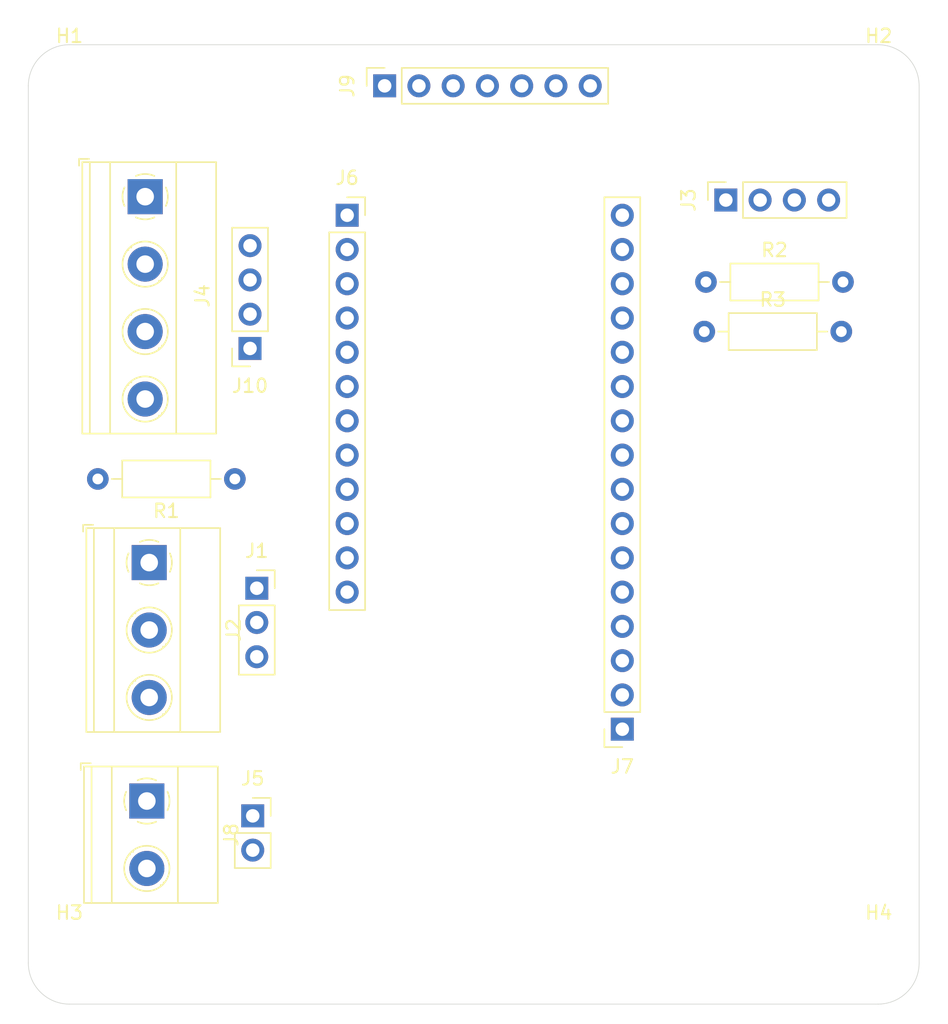
<source format=kicad_pcb>
(kicad_pcb (version 20171130) (host pcbnew 5.1.6-c6e7f7d~87~ubuntu18.04.1)

  (general
    (thickness 1.6)
    (drawings 10)
    (tracks 0)
    (zones 0)
    (modules 17)
    (nets 7)
  )

  (page A4)
  (layers
    (0 F.Cu signal)
    (31 B.Cu signal)
    (32 B.Adhes user)
    (33 F.Adhes user)
    (34 B.Paste user)
    (35 F.Paste user)
    (36 B.SilkS user)
    (37 F.SilkS user)
    (38 B.Mask user)
    (39 F.Mask user)
    (40 Dwgs.User user)
    (41 Cmts.User user)
    (42 Eco1.User user)
    (43 Eco2.User user)
    (44 Edge.Cuts user)
    (45 Margin user)
    (46 B.CrtYd user)
    (47 F.CrtYd user)
    (48 B.Fab user)
    (49 F.Fab user)
  )

  (setup
    (last_trace_width 0.25)
    (trace_clearance 0.2)
    (zone_clearance 0.508)
    (zone_45_only no)
    (trace_min 0.2)
    (via_size 0.8)
    (via_drill 0.4)
    (via_min_size 0.4)
    (via_min_drill 0.3)
    (uvia_size 0.3)
    (uvia_drill 0.1)
    (uvias_allowed no)
    (uvia_min_size 0.2)
    (uvia_min_drill 0.1)
    (edge_width 0.05)
    (segment_width 0.2)
    (pcb_text_width 0.3)
    (pcb_text_size 1.5 1.5)
    (mod_edge_width 0.12)
    (mod_text_size 1 1)
    (mod_text_width 0.15)
    (pad_size 1.524 1.524)
    (pad_drill 0.762)
    (pad_to_mask_clearance 0.05)
    (aux_axis_origin 0 0)
    (visible_elements FFFDFF7F)
    (pcbplotparams
      (layerselection 0x010fc_ffffffff)
      (usegerberextensions false)
      (usegerberattributes true)
      (usegerberadvancedattributes true)
      (creategerberjobfile true)
      (excludeedgelayer true)
      (linewidth 0.100000)
      (plotframeref false)
      (viasonmask false)
      (mode 1)
      (useauxorigin false)
      (hpglpennumber 1)
      (hpglpenspeed 20)
      (hpglpendiameter 15.000000)
      (psnegative false)
      (psa4output false)
      (plotreference true)
      (plotvalue true)
      (plotinvisibletext false)
      (padsonsilk false)
      (subtractmaskfromsilk false)
      (outputformat 1)
      (mirror false)
      (drillshape 1)
      (scaleselection 1)
      (outputdirectory ""))
  )

  (net 0 "")
  (net 1 +3V3)
  (net 2 "Net-(J1-Pad2)")
  (net 3 GND)
  (net 4 SDA)
  (net 5 SCL)
  (net 6 "Net-(J5-Pad2)")

  (net_class Default "This is the default net class."
    (clearance 0.2)
    (trace_width 0.25)
    (via_dia 0.8)
    (via_drill 0.4)
    (uvia_dia 0.3)
    (uvia_drill 0.1)
    (add_net +3V3)
    (add_net GND)
    (add_net "Net-(J1-Pad2)")
    (add_net "Net-(J5-Pad2)")
    (add_net "Net-(J6-Pad10)")
    (add_net "Net-(J6-Pad11)")
    (add_net "Net-(J6-Pad3)")
    (add_net "Net-(J6-Pad4)")
    (add_net "Net-(J6-Pad5)")
    (add_net "Net-(J6-Pad6)")
    (add_net "Net-(J6-Pad7)")
    (add_net "Net-(J6-Pad9)")
    (add_net "Net-(J7-Pad1)")
    (add_net "Net-(J7-Pad10)")
    (add_net "Net-(J7-Pad11)")
    (add_net "Net-(J7-Pad12)")
    (add_net "Net-(J7-Pad13)")
    (add_net "Net-(J7-Pad14)")
    (add_net "Net-(J7-Pad15)")
    (add_net "Net-(J7-Pad16)")
    (add_net "Net-(J7-Pad3)")
    (add_net "Net-(J7-Pad5)")
    (add_net "Net-(J7-Pad6)")
    (add_net "Net-(J7-Pad7)")
    (add_net "Net-(J7-Pad8)")
    (add_net "Net-(J7-Pad9)")
    (add_net "Net-(J9-Pad2)")
    (add_net "Net-(J9-Pad5)")
    (add_net "Net-(J9-Pad7)")
    (add_net SCL)
    (add_net SDA)
  )

  (module Connector_PinSocket_2.54mm:PinSocket_1x07_P2.54mm_Vertical (layer F.Cu) (tedit 5A19A433) (tstamp 5F90F264)
    (at 106.68 51.308 90)
    (descr "Through hole straight socket strip, 1x07, 2.54mm pitch, single row (from Kicad 4.0.7), script generated")
    (tags "Through hole socket strip THT 1x07 2.54mm single row")
    (path /5F9935EF)
    (fp_text reference J9 (at 0 -2.77 90) (layer F.SilkS)
      (effects (font (size 1 1) (thickness 0.15)))
    )
    (fp_text value "Adafruit BME280" (at 0 18.01 90) (layer F.Fab)
      (effects (font (size 1 1) (thickness 0.15)))
    )
    (fp_text user %R (at 0 7.62) (layer F.Fab)
      (effects (font (size 1 1) (thickness 0.15)))
    )
    (fp_line (start -1.27 -1.27) (end 0.635 -1.27) (layer F.Fab) (width 0.1))
    (fp_line (start 0.635 -1.27) (end 1.27 -0.635) (layer F.Fab) (width 0.1))
    (fp_line (start 1.27 -0.635) (end 1.27 16.51) (layer F.Fab) (width 0.1))
    (fp_line (start 1.27 16.51) (end -1.27 16.51) (layer F.Fab) (width 0.1))
    (fp_line (start -1.27 16.51) (end -1.27 -1.27) (layer F.Fab) (width 0.1))
    (fp_line (start -1.33 1.27) (end 1.33 1.27) (layer F.SilkS) (width 0.12))
    (fp_line (start -1.33 1.27) (end -1.33 16.57) (layer F.SilkS) (width 0.12))
    (fp_line (start -1.33 16.57) (end 1.33 16.57) (layer F.SilkS) (width 0.12))
    (fp_line (start 1.33 1.27) (end 1.33 16.57) (layer F.SilkS) (width 0.12))
    (fp_line (start 1.33 -1.33) (end 1.33 0) (layer F.SilkS) (width 0.12))
    (fp_line (start 0 -1.33) (end 1.33 -1.33) (layer F.SilkS) (width 0.12))
    (fp_line (start -1.8 -1.8) (end 1.75 -1.8) (layer F.CrtYd) (width 0.05))
    (fp_line (start 1.75 -1.8) (end 1.75 17) (layer F.CrtYd) (width 0.05))
    (fp_line (start 1.75 17) (end -1.8 17) (layer F.CrtYd) (width 0.05))
    (fp_line (start -1.8 17) (end -1.8 -1.8) (layer F.CrtYd) (width 0.05))
    (pad 7 thru_hole oval (at 0 15.24 90) (size 1.7 1.7) (drill 1) (layers *.Cu *.Mask))
    (pad 6 thru_hole oval (at 0 12.7 90) (size 1.7 1.7) (drill 1) (layers *.Cu *.Mask)
      (net 4 SDA))
    (pad 5 thru_hole oval (at 0 10.16 90) (size 1.7 1.7) (drill 1) (layers *.Cu *.Mask))
    (pad 4 thru_hole oval (at 0 7.62 90) (size 1.7 1.7) (drill 1) (layers *.Cu *.Mask)
      (net 5 SCL))
    (pad 3 thru_hole oval (at 0 5.08 90) (size 1.7 1.7) (drill 1) (layers *.Cu *.Mask)
      (net 3 GND))
    (pad 2 thru_hole oval (at 0 2.54 90) (size 1.7 1.7) (drill 1) (layers *.Cu *.Mask))
    (pad 1 thru_hole rect (at 0 0 90) (size 1.7 1.7) (drill 1) (layers *.Cu *.Mask)
      (net 1 +3V3))
    (model ${KISYS3DMOD}/Connector_PinSocket_2.54mm.3dshapes/PinSocket_1x07_P2.54mm_Vertical.wrl
      (at (xyz 0 0 0))
      (scale (xyz 1 1 1))
      (rotate (xyz 0 0 0))
    )
  )

  (module MountingHole:MountingHole_2.7mm_M2.5 (layer F.Cu) (tedit 56D1B4CB) (tstamp 5F90E09D)
    (at 143.312 116.3)
    (descr "Mounting Hole 2.7mm, no annular, M2.5")
    (tags "mounting hole 2.7mm no annular m2.5")
    (path /5F9D006D)
    (attr virtual)
    (fp_text reference H4 (at 0 -3.7) (layer F.SilkS)
      (effects (font (size 1 1) (thickness 0.15)))
    )
    (fp_text value MountingHole (at 0 3.7) (layer F.Fab)
      (effects (font (size 1 1) (thickness 0.15)))
    )
    (fp_text user %R (at 0.3 0) (layer F.Fab)
      (effects (font (size 1 1) (thickness 0.15)))
    )
    (fp_circle (center 0 0) (end 2.7 0) (layer Cmts.User) (width 0.15))
    (fp_circle (center 0 0) (end 2.95 0) (layer F.CrtYd) (width 0.05))
    (pad 1 np_thru_hole circle (at 0 0) (size 2.7 2.7) (drill 2.7) (layers *.Cu *.Mask))
  )

  (module MountingHole:MountingHole_2.7mm_M2.5 (layer F.Cu) (tedit 56D1B4CB) (tstamp 5F90F729)
    (at 83.312 116.3)
    (descr "Mounting Hole 2.7mm, no annular, M2.5")
    (tags "mounting hole 2.7mm no annular m2.5")
    (path /5F9CFBAC)
    (attr virtual)
    (fp_text reference H3 (at 0 -3.7) (layer F.SilkS)
      (effects (font (size 1 1) (thickness 0.15)))
    )
    (fp_text value MountingHole (at 0 3.7) (layer F.Fab)
      (effects (font (size 1 1) (thickness 0.15)))
    )
    (fp_circle (center 0 0) (end 2.95 0) (layer F.CrtYd) (width 0.05))
    (fp_circle (center 0 0) (end 2.7 0) (layer Cmts.User) (width 0.15))
    (fp_text user %R (at 0.3 0) (layer F.Fab)
      (effects (font (size 1 1) (thickness 0.15)))
    )
    (pad 1 np_thru_hole circle (at 0 0) (size 2.7 2.7) (drill 2.7) (layers *.Cu *.Mask))
  )

  (module MountingHole:MountingHole_2.7mm_M2.5 (layer F.Cu) (tedit 56D1B4CB) (tstamp 5F90E08D)
    (at 143.312 51.308)
    (descr "Mounting Hole 2.7mm, no annular, M2.5")
    (tags "mounting hole 2.7mm no annular m2.5")
    (path /5F9CF5FF)
    (attr virtual)
    (fp_text reference H2 (at 0 -3.7) (layer F.SilkS)
      (effects (font (size 1 1) (thickness 0.15)))
    )
    (fp_text value MountingHole (at 0 3.7) (layer F.Fab)
      (effects (font (size 1 1) (thickness 0.15)))
    )
    (fp_text user %R (at 0.3 0) (layer F.Fab)
      (effects (font (size 1 1) (thickness 0.15)))
    )
    (fp_circle (center 0 0) (end 2.7 0) (layer Cmts.User) (width 0.15))
    (fp_circle (center 0 0) (end 2.95 0) (layer F.CrtYd) (width 0.05))
    (pad 1 np_thru_hole circle (at 0 0) (size 2.7 2.7) (drill 2.7) (layers *.Cu *.Mask))
  )

  (module MountingHole:MountingHole_2.7mm_M2.5 (layer F.Cu) (tedit 56D1B4CB) (tstamp 5F90E085)
    (at 83.312 51.308)
    (descr "Mounting Hole 2.7mm, no annular, M2.5")
    (tags "mounting hole 2.7mm no annular m2.5")
    (path /5F9CF16D)
    (attr virtual)
    (fp_text reference H1 (at 0 -3.7) (layer F.SilkS)
      (effects (font (size 1 1) (thickness 0.15)))
    )
    (fp_text value MountingHole (at 0 3.7) (layer F.Fab) hide
      (effects (font (size 1 1) (thickness 0.15)))
    )
    (fp_circle (center 0 0) (end 2.95 0) (layer F.CrtYd) (width 0.05))
    (fp_circle (center 0 0) (end 2.7 0) (layer Cmts.User) (width 0.15))
    (fp_text user %R (at 0.3 0) (layer F.Fab)
      (effects (font (size 1 1) (thickness 0.15)))
    )
    (pad 1 np_thru_hole circle (at 0 0) (size 2.7 2.7) (drill 2.7) (layers *.Cu *.Mask))
  )

  (module Connector_PinSocket_2.54mm:PinSocket_1x04_P2.54mm_Vertical (layer F.Cu) (tedit 5A19A429) (tstamp 5F90D0C9)
    (at 96.7 70.775 180)
    (descr "Through hole straight socket strip, 1x04, 2.54mm pitch, single row (from Kicad 4.0.7), script generated")
    (tags "Through hole socket strip THT 1x04 2.54mm single row")
    (path /5F9B61C7)
    (fp_text reference J10 (at 0 -2.77) (layer F.SilkS)
      (effects (font (size 1 1) (thickness 0.15)))
    )
    (fp_text value Conn_01x04_Female (at 0 10.39) (layer F.Fab)
      (effects (font (size 1 1) (thickness 0.15)))
    )
    (fp_text user %R (at 0 3.81 90) (layer F.Fab)
      (effects (font (size 1 1) (thickness 0.15)))
    )
    (fp_line (start -1.27 -1.27) (end 0.635 -1.27) (layer F.Fab) (width 0.1))
    (fp_line (start 0.635 -1.27) (end 1.27 -0.635) (layer F.Fab) (width 0.1))
    (fp_line (start 1.27 -0.635) (end 1.27 8.89) (layer F.Fab) (width 0.1))
    (fp_line (start 1.27 8.89) (end -1.27 8.89) (layer F.Fab) (width 0.1))
    (fp_line (start -1.27 8.89) (end -1.27 -1.27) (layer F.Fab) (width 0.1))
    (fp_line (start -1.33 1.27) (end 1.33 1.27) (layer F.SilkS) (width 0.12))
    (fp_line (start -1.33 1.27) (end -1.33 8.95) (layer F.SilkS) (width 0.12))
    (fp_line (start -1.33 8.95) (end 1.33 8.95) (layer F.SilkS) (width 0.12))
    (fp_line (start 1.33 1.27) (end 1.33 8.95) (layer F.SilkS) (width 0.12))
    (fp_line (start 1.33 -1.33) (end 1.33 0) (layer F.SilkS) (width 0.12))
    (fp_line (start 0 -1.33) (end 1.33 -1.33) (layer F.SilkS) (width 0.12))
    (fp_line (start -1.8 -1.8) (end 1.75 -1.8) (layer F.CrtYd) (width 0.05))
    (fp_line (start 1.75 -1.8) (end 1.75 9.4) (layer F.CrtYd) (width 0.05))
    (fp_line (start 1.75 9.4) (end -1.8 9.4) (layer F.CrtYd) (width 0.05))
    (fp_line (start -1.8 9.4) (end -1.8 -1.8) (layer F.CrtYd) (width 0.05))
    (pad 4 thru_hole oval (at 0 7.62 180) (size 1.7 1.7) (drill 1) (layers *.Cu *.Mask)
      (net 4 SDA))
    (pad 3 thru_hole oval (at 0 5.08 180) (size 1.7 1.7) (drill 1) (layers *.Cu *.Mask)
      (net 5 SCL))
    (pad 2 thru_hole oval (at 0 2.54 180) (size 1.7 1.7) (drill 1) (layers *.Cu *.Mask)
      (net 1 +3V3))
    (pad 1 thru_hole rect (at 0 0 180) (size 1.7 1.7) (drill 1) (layers *.Cu *.Mask)
      (net 3 GND))
    (model ${KISYS3DMOD}/Connector_PinSocket_2.54mm.3dshapes/PinSocket_1x04_P2.54mm_Vertical.wrl
      (at (xyz 0 0 0))
      (scale (xyz 1 1 1))
      (rotate (xyz 0 0 0))
    )
  )

  (module Resistor_THT:R_Axial_DIN0207_L6.3mm_D2.5mm_P10.16mm_Horizontal (layer F.Cu) (tedit 5AE5139B) (tstamp 5F90C0AA)
    (at 130.375 69.525)
    (descr "Resistor, Axial_DIN0207 series, Axial, Horizontal, pin pitch=10.16mm, 0.25W = 1/4W, length*diameter=6.3*2.5mm^2, http://cdn-reichelt.de/documents/datenblatt/B400/1_4W%23YAG.pdf")
    (tags "Resistor Axial_DIN0207 series Axial Horizontal pin pitch 10.16mm 0.25W = 1/4W length 6.3mm diameter 2.5mm")
    (path /5F98BC9A)
    (fp_text reference R3 (at 5.08 -2.37) (layer F.SilkS)
      (effects (font (size 1 1) (thickness 0.15)))
    )
    (fp_text value R (at 5.08 2.37) (layer F.Fab)
      (effects (font (size 1 1) (thickness 0.15)))
    )
    (fp_text user %R (at 5.08 0) (layer F.Fab)
      (effects (font (size 1 1) (thickness 0.15)))
    )
    (fp_line (start 1.93 -1.25) (end 1.93 1.25) (layer F.Fab) (width 0.1))
    (fp_line (start 1.93 1.25) (end 8.23 1.25) (layer F.Fab) (width 0.1))
    (fp_line (start 8.23 1.25) (end 8.23 -1.25) (layer F.Fab) (width 0.1))
    (fp_line (start 8.23 -1.25) (end 1.93 -1.25) (layer F.Fab) (width 0.1))
    (fp_line (start 0 0) (end 1.93 0) (layer F.Fab) (width 0.1))
    (fp_line (start 10.16 0) (end 8.23 0) (layer F.Fab) (width 0.1))
    (fp_line (start 1.81 -1.37) (end 1.81 1.37) (layer F.SilkS) (width 0.12))
    (fp_line (start 1.81 1.37) (end 8.35 1.37) (layer F.SilkS) (width 0.12))
    (fp_line (start 8.35 1.37) (end 8.35 -1.37) (layer F.SilkS) (width 0.12))
    (fp_line (start 8.35 -1.37) (end 1.81 -1.37) (layer F.SilkS) (width 0.12))
    (fp_line (start 1.04 0) (end 1.81 0) (layer F.SilkS) (width 0.12))
    (fp_line (start 9.12 0) (end 8.35 0) (layer F.SilkS) (width 0.12))
    (fp_line (start -1.05 -1.5) (end -1.05 1.5) (layer F.CrtYd) (width 0.05))
    (fp_line (start -1.05 1.5) (end 11.21 1.5) (layer F.CrtYd) (width 0.05))
    (fp_line (start 11.21 1.5) (end 11.21 -1.5) (layer F.CrtYd) (width 0.05))
    (fp_line (start 11.21 -1.5) (end -1.05 -1.5) (layer F.CrtYd) (width 0.05))
    (pad 2 thru_hole oval (at 10.16 0) (size 1.6 1.6) (drill 0.8) (layers *.Cu *.Mask)
      (net 4 SDA))
    (pad 1 thru_hole circle (at 0 0) (size 1.6 1.6) (drill 0.8) (layers *.Cu *.Mask)
      (net 1 +3V3))
    (model ${KISYS3DMOD}/Resistor_THT.3dshapes/R_Axial_DIN0207_L6.3mm_D2.5mm_P10.16mm_Horizontal.wrl
      (at (xyz 0 0 0))
      (scale (xyz 1 1 1))
      (rotate (xyz 0 0 0))
    )
  )

  (module Resistor_THT:R_Axial_DIN0207_L6.3mm_D2.5mm_P10.16mm_Horizontal (layer F.Cu) (tedit 5AE5139B) (tstamp 5F90BFF6)
    (at 130.5 65.85)
    (descr "Resistor, Axial_DIN0207 series, Axial, Horizontal, pin pitch=10.16mm, 0.25W = 1/4W, length*diameter=6.3*2.5mm^2, http://cdn-reichelt.de/documents/datenblatt/B400/1_4W%23YAG.pdf")
    (tags "Resistor Axial_DIN0207 series Axial Horizontal pin pitch 10.16mm 0.25W = 1/4W length 6.3mm diameter 2.5mm")
    (path /5F989DB1)
    (fp_text reference R2 (at 5.08 -2.37) (layer F.SilkS)
      (effects (font (size 1 1) (thickness 0.15)))
    )
    (fp_text value R (at 5.08 2.37) (layer F.Fab)
      (effects (font (size 1 1) (thickness 0.15)))
    )
    (fp_text user %R (at 5.08 0) (layer F.Fab)
      (effects (font (size 1 1) (thickness 0.15)))
    )
    (fp_line (start 1.93 -1.25) (end 1.93 1.25) (layer F.Fab) (width 0.1))
    (fp_line (start 1.93 1.25) (end 8.23 1.25) (layer F.Fab) (width 0.1))
    (fp_line (start 8.23 1.25) (end 8.23 -1.25) (layer F.Fab) (width 0.1))
    (fp_line (start 8.23 -1.25) (end 1.93 -1.25) (layer F.Fab) (width 0.1))
    (fp_line (start 0 0) (end 1.93 0) (layer F.Fab) (width 0.1))
    (fp_line (start 10.16 0) (end 8.23 0) (layer F.Fab) (width 0.1))
    (fp_line (start 1.81 -1.37) (end 1.81 1.37) (layer F.SilkS) (width 0.12))
    (fp_line (start 1.81 1.37) (end 8.35 1.37) (layer F.SilkS) (width 0.12))
    (fp_line (start 8.35 1.37) (end 8.35 -1.37) (layer F.SilkS) (width 0.12))
    (fp_line (start 8.35 -1.37) (end 1.81 -1.37) (layer F.SilkS) (width 0.12))
    (fp_line (start 1.04 0) (end 1.81 0) (layer F.SilkS) (width 0.12))
    (fp_line (start 9.12 0) (end 8.35 0) (layer F.SilkS) (width 0.12))
    (fp_line (start -1.05 -1.5) (end -1.05 1.5) (layer F.CrtYd) (width 0.05))
    (fp_line (start -1.05 1.5) (end 11.21 1.5) (layer F.CrtYd) (width 0.05))
    (fp_line (start 11.21 1.5) (end 11.21 -1.5) (layer F.CrtYd) (width 0.05))
    (fp_line (start 11.21 -1.5) (end -1.05 -1.5) (layer F.CrtYd) (width 0.05))
    (pad 2 thru_hole oval (at 10.16 0) (size 1.6 1.6) (drill 0.8) (layers *.Cu *.Mask)
      (net 5 SCL))
    (pad 1 thru_hole circle (at 0 0) (size 1.6 1.6) (drill 0.8) (layers *.Cu *.Mask)
      (net 1 +3V3))
    (model ${KISYS3DMOD}/Resistor_THT.3dshapes/R_Axial_DIN0207_L6.3mm_D2.5mm_P10.16mm_Horizontal.wrl
      (at (xyz 0 0 0))
      (scale (xyz 1 1 1))
      (rotate (xyz 0 0 0))
    )
  )

  (module Resistor_THT:R_Axial_DIN0207_L6.3mm_D2.5mm_P10.16mm_Horizontal (layer F.Cu) (tedit 5AE5139B) (tstamp 5F909416)
    (at 95.575 80.45 180)
    (descr "Resistor, Axial_DIN0207 series, Axial, Horizontal, pin pitch=10.16mm, 0.25W = 1/4W, length*diameter=6.3*2.5mm^2, http://cdn-reichelt.de/documents/datenblatt/B400/1_4W%23YAG.pdf")
    (tags "Resistor Axial_DIN0207 series Axial Horizontal pin pitch 10.16mm 0.25W = 1/4W length 6.3mm diameter 2.5mm")
    (path /5F915BE1)
    (fp_text reference R1 (at 5.08 -2.37) (layer F.SilkS)
      (effects (font (size 1 1) (thickness 0.15)))
    )
    (fp_text value R (at 5.08 2.37) (layer F.Fab)
      (effects (font (size 1 1) (thickness 0.15)))
    )
    (fp_text user %R (at 5.08 0) (layer F.Fab)
      (effects (font (size 1 1) (thickness 0.15)))
    )
    (fp_line (start 1.93 -1.25) (end 1.93 1.25) (layer F.Fab) (width 0.1))
    (fp_line (start 1.93 1.25) (end 8.23 1.25) (layer F.Fab) (width 0.1))
    (fp_line (start 8.23 1.25) (end 8.23 -1.25) (layer F.Fab) (width 0.1))
    (fp_line (start 8.23 -1.25) (end 1.93 -1.25) (layer F.Fab) (width 0.1))
    (fp_line (start 0 0) (end 1.93 0) (layer F.Fab) (width 0.1))
    (fp_line (start 10.16 0) (end 8.23 0) (layer F.Fab) (width 0.1))
    (fp_line (start 1.81 -1.37) (end 1.81 1.37) (layer F.SilkS) (width 0.12))
    (fp_line (start 1.81 1.37) (end 8.35 1.37) (layer F.SilkS) (width 0.12))
    (fp_line (start 8.35 1.37) (end 8.35 -1.37) (layer F.SilkS) (width 0.12))
    (fp_line (start 8.35 -1.37) (end 1.81 -1.37) (layer F.SilkS) (width 0.12))
    (fp_line (start 1.04 0) (end 1.81 0) (layer F.SilkS) (width 0.12))
    (fp_line (start 9.12 0) (end 8.35 0) (layer F.SilkS) (width 0.12))
    (fp_line (start -1.05 -1.5) (end -1.05 1.5) (layer F.CrtYd) (width 0.05))
    (fp_line (start -1.05 1.5) (end 11.21 1.5) (layer F.CrtYd) (width 0.05))
    (fp_line (start 11.21 1.5) (end 11.21 -1.5) (layer F.CrtYd) (width 0.05))
    (fp_line (start 11.21 -1.5) (end -1.05 -1.5) (layer F.CrtYd) (width 0.05))
    (pad 2 thru_hole oval (at 10.16 0 180) (size 1.6 1.6) (drill 0.8) (layers *.Cu *.Mask)
      (net 2 "Net-(J1-Pad2)"))
    (pad 1 thru_hole circle (at 0 0 180) (size 1.6 1.6) (drill 0.8) (layers *.Cu *.Mask)
      (net 1 +3V3))
    (model ${KISYS3DMOD}/Resistor_THT.3dshapes/R_Axial_DIN0207_L6.3mm_D2.5mm_P10.16mm_Horizontal.wrl
      (at (xyz 0 0 0))
      (scale (xyz 1 1 1))
      (rotate (xyz 0 0 0))
    )
  )

  (module TerminalBlock_Phoenix:TerminalBlock_Phoenix_MKDS-1,5-2_1x02_P5.00mm_Horizontal (layer F.Cu) (tedit 5B294EE5) (tstamp 5F909D4A)
    (at 89.05 104.325 270)
    (descr "Terminal Block Phoenix MKDS-1,5-2, 2 pins, pitch 5mm, size 10x9.8mm^2, drill diamater 1.3mm, pad diameter 2.6mm, see http://www.farnell.com/datasheets/100425.pdf, script-generated using https://github.com/pointhi/kicad-footprint-generator/scripts/TerminalBlock_Phoenix")
    (tags "THT Terminal Block Phoenix MKDS-1,5-2 pitch 5mm size 10x9.8mm^2 drill 1.3mm pad 2.6mm")
    (path /5F97732E)
    (fp_text reference J8 (at 2.5 -6.26 90) (layer F.SilkS)
      (effects (font (size 1 1) (thickness 0.15)))
    )
    (fp_text value Screw_Terminal_01x02 (at 2.5 5.66 90) (layer F.Fab) hide
      (effects (font (size 1 1) (thickness 0.15)))
    )
    (fp_text user %R (at 2.5 3.2 90) (layer F.Fab)
      (effects (font (size 1 1) (thickness 0.15)))
    )
    (fp_arc (start 0 0) (end -0.684 1.535) (angle -25) (layer F.SilkS) (width 0.12))
    (fp_arc (start 0 0) (end -1.535 -0.684) (angle -48) (layer F.SilkS) (width 0.12))
    (fp_arc (start 0 0) (end 0.684 -1.535) (angle -48) (layer F.SilkS) (width 0.12))
    (fp_arc (start 0 0) (end 1.535 0.684) (angle -48) (layer F.SilkS) (width 0.12))
    (fp_arc (start 0 0) (end 0 1.68) (angle -24) (layer F.SilkS) (width 0.12))
    (fp_circle (center 0 0) (end 1.5 0) (layer F.Fab) (width 0.1))
    (fp_circle (center 5 0) (end 6.5 0) (layer F.Fab) (width 0.1))
    (fp_circle (center 5 0) (end 6.68 0) (layer F.SilkS) (width 0.12))
    (fp_line (start -2.5 -5.2) (end 7.5 -5.2) (layer F.Fab) (width 0.1))
    (fp_line (start 7.5 -5.2) (end 7.5 4.6) (layer F.Fab) (width 0.1))
    (fp_line (start 7.5 4.6) (end -2 4.6) (layer F.Fab) (width 0.1))
    (fp_line (start -2 4.6) (end -2.5 4.1) (layer F.Fab) (width 0.1))
    (fp_line (start -2.5 4.1) (end -2.5 -5.2) (layer F.Fab) (width 0.1))
    (fp_line (start -2.5 4.1) (end 7.5 4.1) (layer F.Fab) (width 0.1))
    (fp_line (start -2.56 4.1) (end 7.56 4.1) (layer F.SilkS) (width 0.12))
    (fp_line (start -2.5 2.6) (end 7.5 2.6) (layer F.Fab) (width 0.1))
    (fp_line (start -2.56 2.6) (end 7.56 2.6) (layer F.SilkS) (width 0.12))
    (fp_line (start -2.5 -2.3) (end 7.5 -2.3) (layer F.Fab) (width 0.1))
    (fp_line (start -2.56 -2.301) (end 7.56 -2.301) (layer F.SilkS) (width 0.12))
    (fp_line (start -2.56 -5.261) (end 7.56 -5.261) (layer F.SilkS) (width 0.12))
    (fp_line (start -2.56 4.66) (end 7.56 4.66) (layer F.SilkS) (width 0.12))
    (fp_line (start -2.56 -5.261) (end -2.56 4.66) (layer F.SilkS) (width 0.12))
    (fp_line (start 7.56 -5.261) (end 7.56 4.66) (layer F.SilkS) (width 0.12))
    (fp_line (start 1.138 -0.955) (end -0.955 1.138) (layer F.Fab) (width 0.1))
    (fp_line (start 0.955 -1.138) (end -1.138 0.955) (layer F.Fab) (width 0.1))
    (fp_line (start 6.138 -0.955) (end 4.046 1.138) (layer F.Fab) (width 0.1))
    (fp_line (start 5.955 -1.138) (end 3.863 0.955) (layer F.Fab) (width 0.1))
    (fp_line (start 6.275 -1.069) (end 6.228 -1.023) (layer F.SilkS) (width 0.12))
    (fp_line (start 3.966 1.239) (end 3.931 1.274) (layer F.SilkS) (width 0.12))
    (fp_line (start 6.07 -1.275) (end 6.035 -1.239) (layer F.SilkS) (width 0.12))
    (fp_line (start 3.773 1.023) (end 3.726 1.069) (layer F.SilkS) (width 0.12))
    (fp_line (start -2.8 4.16) (end -2.8 4.9) (layer F.SilkS) (width 0.12))
    (fp_line (start -2.8 4.9) (end -2.3 4.9) (layer F.SilkS) (width 0.12))
    (fp_line (start -3 -5.71) (end -3 5.1) (layer F.CrtYd) (width 0.05))
    (fp_line (start -3 5.1) (end 8 5.1) (layer F.CrtYd) (width 0.05))
    (fp_line (start 8 5.1) (end 8 -5.71) (layer F.CrtYd) (width 0.05))
    (fp_line (start 8 -5.71) (end -3 -5.71) (layer F.CrtYd) (width 0.05))
    (pad 2 thru_hole circle (at 5 0 270) (size 2.6 2.6) (drill 1.3) (layers *.Cu *.Mask)
      (net 6 "Net-(J5-Pad2)"))
    (pad 1 thru_hole rect (at 0 0 270) (size 2.6 2.6) (drill 1.3) (layers *.Cu *.Mask)
      (net 3 GND))
    (model ${KISYS3DMOD}/TerminalBlock_Phoenix.3dshapes/TerminalBlock_Phoenix_MKDS-1,5-2_1x02_P5.00mm_Horizontal.wrl
      (at (xyz 0 0 0))
      (scale (xyz 1 1 1))
      (rotate (xyz 0 0 0))
    )
  )

  (module Connector_PinSocket_2.54mm:PinSocket_1x16_P2.54mm_Vertical (layer F.Cu) (tedit 5A19A41E) (tstamp 5F90D89D)
    (at 124.3 99 180)
    (descr "Through hole straight socket strip, 1x16, 2.54mm pitch, single row (from Kicad 4.0.7), script generated")
    (tags "Through hole socket strip THT 1x16 2.54mm single row")
    (path /5F902CC6)
    (fp_text reference J7 (at 0 -2.77) (layer F.SilkS)
      (effects (font (size 1 1) (thickness 0.15)))
    )
    (fp_text value Conn_01x16_Female (at 0 40.87) (layer F.Fab)
      (effects (font (size 1 1) (thickness 0.15)))
    )
    (fp_line (start -1.8 39.9) (end -1.8 -1.8) (layer F.CrtYd) (width 0.05))
    (fp_line (start 1.75 39.9) (end -1.8 39.9) (layer F.CrtYd) (width 0.05))
    (fp_line (start 1.75 -1.8) (end 1.75 39.9) (layer F.CrtYd) (width 0.05))
    (fp_line (start -1.8 -1.8) (end 1.75 -1.8) (layer F.CrtYd) (width 0.05))
    (fp_line (start 0 -1.33) (end 1.33 -1.33) (layer F.SilkS) (width 0.12))
    (fp_line (start 1.33 -1.33) (end 1.33 0) (layer F.SilkS) (width 0.12))
    (fp_line (start 1.33 1.27) (end 1.33 39.43) (layer F.SilkS) (width 0.12))
    (fp_line (start -1.33 39.43) (end 1.33 39.43) (layer F.SilkS) (width 0.12))
    (fp_line (start -1.33 1.27) (end -1.33 39.43) (layer F.SilkS) (width 0.12))
    (fp_line (start -1.33 1.27) (end 1.33 1.27) (layer F.SilkS) (width 0.12))
    (fp_line (start -1.27 39.37) (end -1.27 -1.27) (layer F.Fab) (width 0.1))
    (fp_line (start 1.27 39.37) (end -1.27 39.37) (layer F.Fab) (width 0.1))
    (fp_line (start 1.27 -0.635) (end 1.27 39.37) (layer F.Fab) (width 0.1))
    (fp_line (start 0.635 -1.27) (end 1.27 -0.635) (layer F.Fab) (width 0.1))
    (fp_line (start -1.27 -1.27) (end 0.635 -1.27) (layer F.Fab) (width 0.1))
    (fp_text user %R (at 0 19.05 90) (layer F.Fab)
      (effects (font (size 1 1) (thickness 0.15)))
    )
    (pad 1 thru_hole rect (at 0 0 180) (size 1.7 1.7) (drill 1) (layers *.Cu *.Mask))
    (pad 2 thru_hole oval (at 0 2.54 180) (size 1.7 1.7) (drill 1) (layers *.Cu *.Mask)
      (net 1 +3V3))
    (pad 3 thru_hole oval (at 0 5.08 180) (size 1.7 1.7) (drill 1) (layers *.Cu *.Mask))
    (pad 4 thru_hole oval (at 0 7.62 180) (size 1.7 1.7) (drill 1) (layers *.Cu *.Mask)
      (net 3 GND))
    (pad 5 thru_hole oval (at 0 10.16 180) (size 1.7 1.7) (drill 1) (layers *.Cu *.Mask))
    (pad 6 thru_hole oval (at 0 12.7 180) (size 1.7 1.7) (drill 1) (layers *.Cu *.Mask))
    (pad 7 thru_hole oval (at 0 15.24 180) (size 1.7 1.7) (drill 1) (layers *.Cu *.Mask))
    (pad 8 thru_hole oval (at 0 17.78 180) (size 1.7 1.7) (drill 1) (layers *.Cu *.Mask))
    (pad 9 thru_hole oval (at 0 20.32 180) (size 1.7 1.7) (drill 1) (layers *.Cu *.Mask))
    (pad 10 thru_hole oval (at 0 22.86 180) (size 1.7 1.7) (drill 1) (layers *.Cu *.Mask))
    (pad 11 thru_hole oval (at 0 25.4 180) (size 1.7 1.7) (drill 1) (layers *.Cu *.Mask))
    (pad 12 thru_hole oval (at 0 27.94 180) (size 1.7 1.7) (drill 1) (layers *.Cu *.Mask))
    (pad 13 thru_hole oval (at 0 30.48 180) (size 1.7 1.7) (drill 1) (layers *.Cu *.Mask))
    (pad 14 thru_hole oval (at 0 33.02 180) (size 1.7 1.7) (drill 1) (layers *.Cu *.Mask))
    (pad 15 thru_hole oval (at 0 35.56 180) (size 1.7 1.7) (drill 1) (layers *.Cu *.Mask))
    (pad 16 thru_hole oval (at 0 38.1 180) (size 1.7 1.7) (drill 1) (layers *.Cu *.Mask))
    (model ${KISYS3DMOD}/Connector_PinSocket_2.54mm.3dshapes/PinSocket_1x16_P2.54mm_Vertical.wrl
      (at (xyz 0 0 0))
      (scale (xyz 1 1 1))
      (rotate (xyz 0 0 0))
    )
  )

  (module Connector_PinSocket_2.54mm:PinSocket_1x12_P2.54mm_Vertical (layer F.Cu) (tedit 5A19A41D) (tstamp 5F9093DB)
    (at 103.9 60.9)
    (descr "Through hole straight socket strip, 1x12, 2.54mm pitch, single row (from Kicad 4.0.7), script generated")
    (tags "Through hole socket strip THT 1x12 2.54mm single row")
    (path /5F901E91)
    (fp_text reference J6 (at 0 -2.77) (layer F.SilkS)
      (effects (font (size 1 1) (thickness 0.15)))
    )
    (fp_text value Conn_01x12_Male (at 0 30.71) (layer F.Fab) hide
      (effects (font (size 1 1) (thickness 0.15)))
    )
    (fp_text user %R (at 0 13.97 90) (layer F.Fab)
      (effects (font (size 1 1) (thickness 0.15)))
    )
    (fp_line (start -1.27 -1.27) (end 0.635 -1.27) (layer F.Fab) (width 0.1))
    (fp_line (start 0.635 -1.27) (end 1.27 -0.635) (layer F.Fab) (width 0.1))
    (fp_line (start 1.27 -0.635) (end 1.27 29.21) (layer F.Fab) (width 0.1))
    (fp_line (start 1.27 29.21) (end -1.27 29.21) (layer F.Fab) (width 0.1))
    (fp_line (start -1.27 29.21) (end -1.27 -1.27) (layer F.Fab) (width 0.1))
    (fp_line (start -1.33 1.27) (end 1.33 1.27) (layer F.SilkS) (width 0.12))
    (fp_line (start -1.33 1.27) (end -1.33 29.27) (layer F.SilkS) (width 0.12))
    (fp_line (start -1.33 29.27) (end 1.33 29.27) (layer F.SilkS) (width 0.12))
    (fp_line (start 1.33 1.27) (end 1.33 29.27) (layer F.SilkS) (width 0.12))
    (fp_line (start 1.33 -1.33) (end 1.33 0) (layer F.SilkS) (width 0.12))
    (fp_line (start 0 -1.33) (end 1.33 -1.33) (layer F.SilkS) (width 0.12))
    (fp_line (start -1.8 -1.8) (end 1.75 -1.8) (layer F.CrtYd) (width 0.05))
    (fp_line (start 1.75 -1.8) (end 1.75 29.7) (layer F.CrtYd) (width 0.05))
    (fp_line (start 1.75 29.7) (end -1.8 29.7) (layer F.CrtYd) (width 0.05))
    (fp_line (start -1.8 29.7) (end -1.8 -1.8) (layer F.CrtYd) (width 0.05))
    (pad 12 thru_hole oval (at 0 27.94) (size 1.7 1.7) (drill 1) (layers *.Cu *.Mask)
      (net 6 "Net-(J5-Pad2)"))
    (pad 11 thru_hole oval (at 0 25.4) (size 1.7 1.7) (drill 1) (layers *.Cu *.Mask))
    (pad 10 thru_hole oval (at 0 22.86) (size 1.7 1.7) (drill 1) (layers *.Cu *.Mask))
    (pad 9 thru_hole oval (at 0 20.32) (size 1.7 1.7) (drill 1) (layers *.Cu *.Mask))
    (pad 8 thru_hole oval (at 0 17.78) (size 1.7 1.7) (drill 1) (layers *.Cu *.Mask)
      (net 2 "Net-(J1-Pad2)"))
    (pad 7 thru_hole oval (at 0 15.24) (size 1.7 1.7) (drill 1) (layers *.Cu *.Mask))
    (pad 6 thru_hole oval (at 0 12.7) (size 1.7 1.7) (drill 1) (layers *.Cu *.Mask))
    (pad 5 thru_hole oval (at 0 10.16) (size 1.7 1.7) (drill 1) (layers *.Cu *.Mask))
    (pad 4 thru_hole oval (at 0 7.62) (size 1.7 1.7) (drill 1) (layers *.Cu *.Mask))
    (pad 3 thru_hole oval (at 0 5.08) (size 1.7 1.7) (drill 1) (layers *.Cu *.Mask))
    (pad 2 thru_hole oval (at 0 2.54) (size 1.7 1.7) (drill 1) (layers *.Cu *.Mask)
      (net 5 SCL))
    (pad 1 thru_hole rect (at 0 0) (size 1.7 1.7) (drill 1) (layers *.Cu *.Mask)
      (net 4 SDA))
    (model ${KISYS3DMOD}/Connector_PinSocket_2.54mm.3dshapes/PinSocket_1x12_P2.54mm_Vertical.wrl
      (at (xyz 0 0 0))
      (scale (xyz 1 1 1))
      (rotate (xyz 0 0 0))
    )
  )

  (module Connector_PinSocket_2.54mm:PinSocket_1x02_P2.54mm_Vertical (layer F.Cu) (tedit 5A19A420) (tstamp 5F90AAFC)
    (at 96.9 105.425)
    (descr "Through hole straight socket strip, 1x02, 2.54mm pitch, single row (from Kicad 4.0.7), script generated")
    (tags "Through hole socket strip THT 1x02 2.54mm single row")
    (path /5F909BB4)
    (fp_text reference J5 (at 0 -2.77) (layer F.SilkS)
      (effects (font (size 1 1) (thickness 0.15)))
    )
    (fp_text value Conn_01x02_Female (at 0 5.31) (layer F.Fab) hide
      (effects (font (size 1 1) (thickness 0.15)))
    )
    (fp_text user %R (at 0 1.27 90) (layer F.Fab)
      (effects (font (size 1 1) (thickness 0.15)))
    )
    (fp_line (start -1.27 -1.27) (end 0.635 -1.27) (layer F.Fab) (width 0.1))
    (fp_line (start 0.635 -1.27) (end 1.27 -0.635) (layer F.Fab) (width 0.1))
    (fp_line (start 1.27 -0.635) (end 1.27 3.81) (layer F.Fab) (width 0.1))
    (fp_line (start 1.27 3.81) (end -1.27 3.81) (layer F.Fab) (width 0.1))
    (fp_line (start -1.27 3.81) (end -1.27 -1.27) (layer F.Fab) (width 0.1))
    (fp_line (start -1.33 1.27) (end 1.33 1.27) (layer F.SilkS) (width 0.12))
    (fp_line (start -1.33 1.27) (end -1.33 3.87) (layer F.SilkS) (width 0.12))
    (fp_line (start -1.33 3.87) (end 1.33 3.87) (layer F.SilkS) (width 0.12))
    (fp_line (start 1.33 1.27) (end 1.33 3.87) (layer F.SilkS) (width 0.12))
    (fp_line (start 1.33 -1.33) (end 1.33 0) (layer F.SilkS) (width 0.12))
    (fp_line (start 0 -1.33) (end 1.33 -1.33) (layer F.SilkS) (width 0.12))
    (fp_line (start -1.8 -1.8) (end 1.75 -1.8) (layer F.CrtYd) (width 0.05))
    (fp_line (start 1.75 -1.8) (end 1.75 4.3) (layer F.CrtYd) (width 0.05))
    (fp_line (start 1.75 4.3) (end -1.8 4.3) (layer F.CrtYd) (width 0.05))
    (fp_line (start -1.8 4.3) (end -1.8 -1.8) (layer F.CrtYd) (width 0.05))
    (pad 2 thru_hole oval (at 0 2.54) (size 1.7 1.7) (drill 1) (layers *.Cu *.Mask)
      (net 6 "Net-(J5-Pad2)"))
    (pad 1 thru_hole rect (at 0 0) (size 1.7 1.7) (drill 1) (layers *.Cu *.Mask)
      (net 3 GND))
    (model ${KISYS3DMOD}/Connector_PinSocket_2.54mm.3dshapes/PinSocket_1x02_P2.54mm_Vertical.wrl
      (at (xyz 0 0 0))
      (scale (xyz 1 1 1))
      (rotate (xyz 0 0 0))
    )
  )

  (module TerminalBlock_Phoenix:TerminalBlock_Phoenix_MKDS-1,5-4_1x04_P5.00mm_Horizontal (layer F.Cu) (tedit 5B294EE5) (tstamp 5F9093A5)
    (at 88.925 59.525 270)
    (descr "Terminal Block Phoenix MKDS-1,5-4, 4 pins, pitch 5mm, size 20x9.8mm^2, drill diamater 1.3mm, pad diameter 2.6mm, see http://www.farnell.com/datasheets/100425.pdf, script-generated using https://github.com/pointhi/kicad-footprint-generator/scripts/TerminalBlock_Phoenix")
    (tags "THT Terminal Block Phoenix MKDS-1,5-4 pitch 5mm size 20x9.8mm^2 drill 1.3mm pad 2.6mm")
    (path /5F92E3AF)
    (fp_text reference J4 (at 7.35 -4.25 90) (layer F.SilkS)
      (effects (font (size 1 1) (thickness 0.15)))
    )
    (fp_text value Screw_Terminal_01x04 (at 7.5 5.66 90) (layer F.Fab) hide
      (effects (font (size 1 1) (thickness 0.15)))
    )
    (fp_text user %R (at 7.5 3.2 90) (layer F.Fab)
      (effects (font (size 1 1) (thickness 0.15)))
    )
    (fp_arc (start 0 0) (end -0.684 1.535) (angle -25) (layer F.SilkS) (width 0.12))
    (fp_arc (start 0 0) (end -1.535 -0.684) (angle -48) (layer F.SilkS) (width 0.12))
    (fp_arc (start 0 0) (end 0.684 -1.535) (angle -48) (layer F.SilkS) (width 0.12))
    (fp_arc (start 0 0) (end 1.535 0.684) (angle -48) (layer F.SilkS) (width 0.12))
    (fp_arc (start 0 0) (end 0 1.68) (angle -24) (layer F.SilkS) (width 0.12))
    (fp_circle (center 0 0) (end 1.5 0) (layer F.Fab) (width 0.1))
    (fp_circle (center 5 0) (end 6.5 0) (layer F.Fab) (width 0.1))
    (fp_circle (center 5 0) (end 6.68 0) (layer F.SilkS) (width 0.12))
    (fp_circle (center 10 0) (end 11.5 0) (layer F.Fab) (width 0.1))
    (fp_circle (center 10 0) (end 11.68 0) (layer F.SilkS) (width 0.12))
    (fp_circle (center 15 0) (end 16.5 0) (layer F.Fab) (width 0.1))
    (fp_circle (center 15 0) (end 16.68 0) (layer F.SilkS) (width 0.12))
    (fp_line (start -2.5 -5.2) (end 17.5 -5.2) (layer F.Fab) (width 0.1))
    (fp_line (start 17.5 -5.2) (end 17.5 4.6) (layer F.Fab) (width 0.1))
    (fp_line (start 17.5 4.6) (end -2 4.6) (layer F.Fab) (width 0.1))
    (fp_line (start -2 4.6) (end -2.5 4.1) (layer F.Fab) (width 0.1))
    (fp_line (start -2.5 4.1) (end -2.5 -5.2) (layer F.Fab) (width 0.1))
    (fp_line (start -2.5 4.1) (end 17.5 4.1) (layer F.Fab) (width 0.1))
    (fp_line (start -2.56 4.1) (end 17.561 4.1) (layer F.SilkS) (width 0.12))
    (fp_line (start -2.5 2.6) (end 17.5 2.6) (layer F.Fab) (width 0.1))
    (fp_line (start -2.56 2.6) (end 17.561 2.6) (layer F.SilkS) (width 0.12))
    (fp_line (start -2.5 -2.3) (end 17.5 -2.3) (layer F.Fab) (width 0.1))
    (fp_line (start -2.56 -2.301) (end 17.561 -2.301) (layer F.SilkS) (width 0.12))
    (fp_line (start -2.56 -5.261) (end 17.561 -5.261) (layer F.SilkS) (width 0.12))
    (fp_line (start -2.56 4.66) (end 17.561 4.66) (layer F.SilkS) (width 0.12))
    (fp_line (start -2.56 -5.261) (end -2.56 4.66) (layer F.SilkS) (width 0.12))
    (fp_line (start 17.561 -5.261) (end 17.561 4.66) (layer F.SilkS) (width 0.12))
    (fp_line (start 1.138 -0.955) (end -0.955 1.138) (layer F.Fab) (width 0.1))
    (fp_line (start 0.955 -1.138) (end -1.138 0.955) (layer F.Fab) (width 0.1))
    (fp_line (start 6.138 -0.955) (end 4.046 1.138) (layer F.Fab) (width 0.1))
    (fp_line (start 5.955 -1.138) (end 3.863 0.955) (layer F.Fab) (width 0.1))
    (fp_line (start 6.275 -1.069) (end 6.228 -1.023) (layer F.SilkS) (width 0.12))
    (fp_line (start 3.966 1.239) (end 3.931 1.274) (layer F.SilkS) (width 0.12))
    (fp_line (start 6.07 -1.275) (end 6.035 -1.239) (layer F.SilkS) (width 0.12))
    (fp_line (start 3.773 1.023) (end 3.726 1.069) (layer F.SilkS) (width 0.12))
    (fp_line (start 11.138 -0.955) (end 9.046 1.138) (layer F.Fab) (width 0.1))
    (fp_line (start 10.955 -1.138) (end 8.863 0.955) (layer F.Fab) (width 0.1))
    (fp_line (start 11.275 -1.069) (end 11.228 -1.023) (layer F.SilkS) (width 0.12))
    (fp_line (start 8.966 1.239) (end 8.931 1.274) (layer F.SilkS) (width 0.12))
    (fp_line (start 11.07 -1.275) (end 11.035 -1.239) (layer F.SilkS) (width 0.12))
    (fp_line (start 8.773 1.023) (end 8.726 1.069) (layer F.SilkS) (width 0.12))
    (fp_line (start 16.138 -0.955) (end 14.046 1.138) (layer F.Fab) (width 0.1))
    (fp_line (start 15.955 -1.138) (end 13.863 0.955) (layer F.Fab) (width 0.1))
    (fp_line (start 16.275 -1.069) (end 16.228 -1.023) (layer F.SilkS) (width 0.12))
    (fp_line (start 13.966 1.239) (end 13.931 1.274) (layer F.SilkS) (width 0.12))
    (fp_line (start 16.07 -1.275) (end 16.035 -1.239) (layer F.SilkS) (width 0.12))
    (fp_line (start 13.773 1.023) (end 13.726 1.069) (layer F.SilkS) (width 0.12))
    (fp_line (start -2.8 4.16) (end -2.8 4.9) (layer F.SilkS) (width 0.12))
    (fp_line (start -2.8 4.9) (end -2.3 4.9) (layer F.SilkS) (width 0.12))
    (fp_line (start -3 -5.71) (end -3 5.1) (layer F.CrtYd) (width 0.05))
    (fp_line (start -3 5.1) (end 18 5.1) (layer F.CrtYd) (width 0.05))
    (fp_line (start 18 5.1) (end 18 -5.71) (layer F.CrtYd) (width 0.05))
    (fp_line (start 18 -5.71) (end -3 -5.71) (layer F.CrtYd) (width 0.05))
    (pad 4 thru_hole circle (at 15 0 270) (size 2.6 2.6) (drill 1.3) (layers *.Cu *.Mask)
      (net 3 GND))
    (pad 3 thru_hole circle (at 10 0 270) (size 2.6 2.6) (drill 1.3) (layers *.Cu *.Mask)
      (net 1 +3V3))
    (pad 2 thru_hole circle (at 5 0 270) (size 2.6 2.6) (drill 1.3) (layers *.Cu *.Mask)
      (net 5 SCL))
    (pad 1 thru_hole rect (at 0 0 270) (size 2.6 2.6) (drill 1.3) (layers *.Cu *.Mask)
      (net 4 SDA))
    (model ${KISYS3DMOD}/TerminalBlock_Phoenix.3dshapes/TerminalBlock_Phoenix_MKDS-1,5-4_1x04_P5.00mm_Horizontal.wrl
      (at (xyz 0 0 0))
      (scale (xyz 1 1 1))
      (rotate (xyz 0 0 0))
    )
  )

  (module Connector_PinSocket_2.54mm:PinSocket_1x04_P2.54mm_Vertical (layer F.Cu) (tedit 5A19A429) (tstamp 5F909367)
    (at 131.975 59.775 90)
    (descr "Through hole straight socket strip, 1x04, 2.54mm pitch, single row (from Kicad 4.0.7), script generated")
    (tags "Through hole socket strip THT 1x04 2.54mm single row")
    (path /5F93341A)
    (fp_text reference J3 (at 0 -2.77 90) (layer F.SilkS)
      (effects (font (size 1 1) (thickness 0.15)))
    )
    (fp_text value Conn_01x04_Female (at 0 10.39 90) (layer F.Fab)
      (effects (font (size 1 1) (thickness 0.15)))
    )
    (fp_text user %R (at 0 3.81) (layer F.Fab)
      (effects (font (size 1 1) (thickness 0.15)))
    )
    (fp_line (start -1.27 -1.27) (end 0.635 -1.27) (layer F.Fab) (width 0.1))
    (fp_line (start 0.635 -1.27) (end 1.27 -0.635) (layer F.Fab) (width 0.1))
    (fp_line (start 1.27 -0.635) (end 1.27 8.89) (layer F.Fab) (width 0.1))
    (fp_line (start 1.27 8.89) (end -1.27 8.89) (layer F.Fab) (width 0.1))
    (fp_line (start -1.27 8.89) (end -1.27 -1.27) (layer F.Fab) (width 0.1))
    (fp_line (start -1.33 1.27) (end 1.33 1.27) (layer F.SilkS) (width 0.12))
    (fp_line (start -1.33 1.27) (end -1.33 8.95) (layer F.SilkS) (width 0.12))
    (fp_line (start -1.33 8.95) (end 1.33 8.95) (layer F.SilkS) (width 0.12))
    (fp_line (start 1.33 1.27) (end 1.33 8.95) (layer F.SilkS) (width 0.12))
    (fp_line (start 1.33 -1.33) (end 1.33 0) (layer F.SilkS) (width 0.12))
    (fp_line (start 0 -1.33) (end 1.33 -1.33) (layer F.SilkS) (width 0.12))
    (fp_line (start -1.8 -1.8) (end 1.75 -1.8) (layer F.CrtYd) (width 0.05))
    (fp_line (start 1.75 -1.8) (end 1.75 9.4) (layer F.CrtYd) (width 0.05))
    (fp_line (start 1.75 9.4) (end -1.8 9.4) (layer F.CrtYd) (width 0.05))
    (fp_line (start -1.8 9.4) (end -1.8 -1.8) (layer F.CrtYd) (width 0.05))
    (pad 4 thru_hole oval (at 0 7.62 90) (size 1.7 1.7) (drill 1) (layers *.Cu *.Mask)
      (net 4 SDA))
    (pad 3 thru_hole oval (at 0 5.08 90) (size 1.7 1.7) (drill 1) (layers *.Cu *.Mask)
      (net 5 SCL))
    (pad 2 thru_hole oval (at 0 2.54 90) (size 1.7 1.7) (drill 1) (layers *.Cu *.Mask)
      (net 1 +3V3))
    (pad 1 thru_hole rect (at 0 0 90) (size 1.7 1.7) (drill 1) (layers *.Cu *.Mask)
      (net 3 GND))
    (model ${KISYS3DMOD}/Connector_PinSocket_2.54mm.3dshapes/PinSocket_1x04_P2.54mm_Vertical.wrl
      (at (xyz 0 0 0))
      (scale (xyz 1 1 1))
      (rotate (xyz 0 0 0))
    )
  )

  (module TerminalBlock_Phoenix:TerminalBlock_Phoenix_MKDS-1,5-3_1x03_P5.00mm_Horizontal (layer F.Cu) (tedit 5B294EE5) (tstamp 5F90AE3A)
    (at 89.225 86.65 270)
    (descr "Terminal Block Phoenix MKDS-1,5-3, 3 pins, pitch 5mm, size 15x9.8mm^2, drill diamater 1.3mm, pad diameter 2.6mm, see http://www.farnell.com/datasheets/100425.pdf, script-generated using https://github.com/pointhi/kicad-footprint-generator/scripts/TerminalBlock_Phoenix")
    (tags "THT Terminal Block Phoenix MKDS-1,5-3 pitch 5mm size 15x9.8mm^2 drill 1.3mm pad 2.6mm")
    (path /5F90E777)
    (fp_text reference J2 (at 5 -6.26 90) (layer F.SilkS)
      (effects (font (size 1 1) (thickness 0.15)))
    )
    (fp_text value Screw_Terminal_01x03 (at 5 5.66 90) (layer F.Fab) hide
      (effects (font (size 1 1) (thickness 0.15)))
    )
    (fp_text user %R (at 5 3.2 90) (layer F.Fab)
      (effects (font (size 1 1) (thickness 0.15)))
    )
    (fp_arc (start 0 0) (end -0.684 1.535) (angle -25) (layer F.SilkS) (width 0.12))
    (fp_arc (start 0 0) (end -1.535 -0.684) (angle -48) (layer F.SilkS) (width 0.12))
    (fp_arc (start 0 0) (end 0.684 -1.535) (angle -48) (layer F.SilkS) (width 0.12))
    (fp_arc (start 0 0) (end 1.535 0.684) (angle -48) (layer F.SilkS) (width 0.12))
    (fp_arc (start 0 0) (end 0 1.68) (angle -24) (layer F.SilkS) (width 0.12))
    (fp_circle (center 0 0) (end 1.5 0) (layer F.Fab) (width 0.1))
    (fp_circle (center 5 0) (end 6.5 0) (layer F.Fab) (width 0.1))
    (fp_circle (center 5 0) (end 6.68 0) (layer F.SilkS) (width 0.12))
    (fp_circle (center 10 0) (end 11.5 0) (layer F.Fab) (width 0.1))
    (fp_circle (center 10 0) (end 11.68 0) (layer F.SilkS) (width 0.12))
    (fp_line (start -2.5 -5.2) (end 12.5 -5.2) (layer F.Fab) (width 0.1))
    (fp_line (start 12.5 -5.2) (end 12.5 4.6) (layer F.Fab) (width 0.1))
    (fp_line (start 12.5 4.6) (end -2 4.6) (layer F.Fab) (width 0.1))
    (fp_line (start -2 4.6) (end -2.5 4.1) (layer F.Fab) (width 0.1))
    (fp_line (start -2.5 4.1) (end -2.5 -5.2) (layer F.Fab) (width 0.1))
    (fp_line (start -2.5 4.1) (end 12.5 4.1) (layer F.Fab) (width 0.1))
    (fp_line (start -2.56 4.1) (end 12.56 4.1) (layer F.SilkS) (width 0.12))
    (fp_line (start -2.5 2.6) (end 12.5 2.6) (layer F.Fab) (width 0.1))
    (fp_line (start -2.56 2.6) (end 12.56 2.6) (layer F.SilkS) (width 0.12))
    (fp_line (start -2.5 -2.3) (end 12.5 -2.3) (layer F.Fab) (width 0.1))
    (fp_line (start -2.56 -2.301) (end 12.56 -2.301) (layer F.SilkS) (width 0.12))
    (fp_line (start -2.56 -5.261) (end 12.56 -5.261) (layer F.SilkS) (width 0.12))
    (fp_line (start -2.56 4.66) (end 12.56 4.66) (layer F.SilkS) (width 0.12))
    (fp_line (start -2.56 -5.261) (end -2.56 4.66) (layer F.SilkS) (width 0.12))
    (fp_line (start 12.56 -5.261) (end 12.56 4.66) (layer F.SilkS) (width 0.12))
    (fp_line (start 1.138 -0.955) (end -0.955 1.138) (layer F.Fab) (width 0.1))
    (fp_line (start 0.955 -1.138) (end -1.138 0.955) (layer F.Fab) (width 0.1))
    (fp_line (start 6.138 -0.955) (end 4.046 1.138) (layer F.Fab) (width 0.1))
    (fp_line (start 5.955 -1.138) (end 3.863 0.955) (layer F.Fab) (width 0.1))
    (fp_line (start 6.275 -1.069) (end 6.228 -1.023) (layer F.SilkS) (width 0.12))
    (fp_line (start 3.966 1.239) (end 3.931 1.274) (layer F.SilkS) (width 0.12))
    (fp_line (start 6.07 -1.275) (end 6.035 -1.239) (layer F.SilkS) (width 0.12))
    (fp_line (start 3.773 1.023) (end 3.726 1.069) (layer F.SilkS) (width 0.12))
    (fp_line (start 11.138 -0.955) (end 9.046 1.138) (layer F.Fab) (width 0.1))
    (fp_line (start 10.955 -1.138) (end 8.863 0.955) (layer F.Fab) (width 0.1))
    (fp_line (start 11.275 -1.069) (end 11.228 -1.023) (layer F.SilkS) (width 0.12))
    (fp_line (start 8.966 1.239) (end 8.931 1.274) (layer F.SilkS) (width 0.12))
    (fp_line (start 11.07 -1.275) (end 11.035 -1.239) (layer F.SilkS) (width 0.12))
    (fp_line (start 8.773 1.023) (end 8.726 1.069) (layer F.SilkS) (width 0.12))
    (fp_line (start -2.8 4.16) (end -2.8 4.9) (layer F.SilkS) (width 0.12))
    (fp_line (start -2.8 4.9) (end -2.3 4.9) (layer F.SilkS) (width 0.12))
    (fp_line (start -3 -5.71) (end -3 5.1) (layer F.CrtYd) (width 0.05))
    (fp_line (start -3 5.1) (end 13 5.1) (layer F.CrtYd) (width 0.05))
    (fp_line (start 13 5.1) (end 13 -5.71) (layer F.CrtYd) (width 0.05))
    (fp_line (start 13 -5.71) (end -3 -5.71) (layer F.CrtYd) (width 0.05))
    (pad 3 thru_hole circle (at 10 0 270) (size 2.6 2.6) (drill 1.3) (layers *.Cu *.Mask)
      (net 1 +3V3))
    (pad 2 thru_hole circle (at 5 0 270) (size 2.6 2.6) (drill 1.3) (layers *.Cu *.Mask)
      (net 2 "Net-(J1-Pad2)"))
    (pad 1 thru_hole rect (at 0 0 270) (size 2.6 2.6) (drill 1.3) (layers *.Cu *.Mask)
      (net 3 GND))
    (model ${KISYS3DMOD}/TerminalBlock_Phoenix.3dshapes/TerminalBlock_Phoenix_MKDS-1,5-3_1x03_P5.00mm_Horizontal.wrl
      (at (xyz 0 0 0))
      (scale (xyz 1 1 1))
      (rotate (xyz 0 0 0))
    )
  )

  (module Connector_PinSocket_2.54mm:PinSocket_1x03_P2.54mm_Vertical (layer F.Cu) (tedit 5A19A429) (tstamp 5F90931A)
    (at 97.2 88.55)
    (descr "Through hole straight socket strip, 1x03, 2.54mm pitch, single row (from Kicad 4.0.7), script generated")
    (tags "Through hole socket strip THT 1x03 2.54mm single row")
    (path /5F9582D8)
    (fp_text reference J1 (at 0 -2.77) (layer F.SilkS)
      (effects (font (size 1 1) (thickness 0.15)))
    )
    (fp_text value Conn_01x03_Female (at 0 7.85) (layer F.Fab) hide
      (effects (font (size 1 1) (thickness 0.15)))
    )
    (fp_text user %R (at 0 2.54 90) (layer F.Fab)
      (effects (font (size 1 1) (thickness 0.15)))
    )
    (fp_line (start -1.27 -1.27) (end 0.635 -1.27) (layer F.Fab) (width 0.1))
    (fp_line (start 0.635 -1.27) (end 1.27 -0.635) (layer F.Fab) (width 0.1))
    (fp_line (start 1.27 -0.635) (end 1.27 6.35) (layer F.Fab) (width 0.1))
    (fp_line (start 1.27 6.35) (end -1.27 6.35) (layer F.Fab) (width 0.1))
    (fp_line (start -1.27 6.35) (end -1.27 -1.27) (layer F.Fab) (width 0.1))
    (fp_line (start -1.33 1.27) (end 1.33 1.27) (layer F.SilkS) (width 0.12))
    (fp_line (start -1.33 1.27) (end -1.33 6.41) (layer F.SilkS) (width 0.12))
    (fp_line (start -1.33 6.41) (end 1.33 6.41) (layer F.SilkS) (width 0.12))
    (fp_line (start 1.33 1.27) (end 1.33 6.41) (layer F.SilkS) (width 0.12))
    (fp_line (start 1.33 -1.33) (end 1.33 0) (layer F.SilkS) (width 0.12))
    (fp_line (start 0 -1.33) (end 1.33 -1.33) (layer F.SilkS) (width 0.12))
    (fp_line (start -1.8 -1.8) (end 1.75 -1.8) (layer F.CrtYd) (width 0.05))
    (fp_line (start 1.75 -1.8) (end 1.75 6.85) (layer F.CrtYd) (width 0.05))
    (fp_line (start 1.75 6.85) (end -1.8 6.85) (layer F.CrtYd) (width 0.05))
    (fp_line (start -1.8 6.85) (end -1.8 -1.8) (layer F.CrtYd) (width 0.05))
    (pad 3 thru_hole oval (at 0 5.08) (size 1.7 1.7) (drill 1) (layers *.Cu *.Mask)
      (net 1 +3V3))
    (pad 2 thru_hole oval (at 0 2.54) (size 1.7 1.7) (drill 1) (layers *.Cu *.Mask)
      (net 2 "Net-(J1-Pad2)"))
    (pad 1 thru_hole rect (at 0 0) (size 1.7 1.7) (drill 1) (layers *.Cu *.Mask)
      (net 3 GND))
    (model ${KISYS3DMOD}/Connector_PinSocket_2.54mm.3dshapes/PinSocket_1x03_P2.54mm_Vertical.wrl
      (at (xyz 0 0 0))
      (scale (xyz 1 1 1))
      (rotate (xyz 0 0 0))
    )
  )

  (gr_arc (start 83.312 51.308) (end 83.312 48.26) (angle -90) (layer Edge.Cuts) (width 0.05))
  (gr_arc (start 143.256 51.308) (end 146.304 51.308) (angle -90) (layer Edge.Cuts) (width 0.05))
  (gr_arc (start 83.312 116.332) (end 80.264 116.332) (angle -90) (layer Edge.Cuts) (width 0.05))
  (gr_arc (start 143.256 116.332) (end 143.256 119.38) (angle -90) (layer Edge.Cuts) (width 0.05))
  (gr_line (start 80.264 51.308) (end 80.264 116.332) (layer Edge.Cuts) (width 0.05) (tstamp 5F90F9E1))
  (gr_line (start 143.256 48.26) (end 83.312 48.26) (layer Edge.Cuts) (width 0.05))
  (gr_line (start 146.304 116.332) (end 146.304 51.308) (layer Edge.Cuts) (width 0.05))
  (gr_line (start 83.312 119.38) (end 143.256 119.38) (layer Edge.Cuts) (width 0.05))
  (dimension 20.325 (width 0.15) (layer Dwgs.User)
    (gr_text "20.325 mm" (at 114.0625 62.2) (layer Dwgs.User)
      (effects (font (size 1 1) (thickness 0.15)))
    )
    (feature1 (pts (xy 124.225 60.9) (xy 124.225 61.486421)))
    (feature2 (pts (xy 103.9 60.9) (xy 103.9 61.486421)))
    (crossbar (pts (xy 103.9 60.9) (xy 124.225 60.9)))
    (arrow1a (pts (xy 124.225 60.9) (xy 123.098496 61.486421)))
    (arrow1b (pts (xy 124.225 60.9) (xy 123.098496 60.313579)))
    (arrow2a (pts (xy 103.9 60.9) (xy 105.026504 61.486421)))
    (arrow2b (pts (xy 103.9 60.9) (xy 105.026504 60.313579)))
  )
  (dimension 20.325 (width 0.15) (layer Dwgs.User)
    (gr_text "20.325 mm" (at 114.0625 104.775) (layer Dwgs.User) (tstamp 5F90D4FB)
      (effects (font (size 1 1) (thickness 0.15)))
    )
    (feature1 (pts (xy 124.225 88.825) (xy 124.225 104.061421)))
    (feature2 (pts (xy 103.9 88.825) (xy 103.9 104.061421)))
    (crossbar (pts (xy 103.9 103.475) (xy 124.225 103.475)))
    (arrow1a (pts (xy 124.225 103.475) (xy 123.098496 104.061421)))
    (arrow1b (pts (xy 124.225 103.475) (xy 123.098496 102.888579)))
    (arrow2a (pts (xy 103.9 103.475) (xy 105.026504 104.061421)))
    (arrow2b (pts (xy 103.9 103.475) (xy 105.026504 102.888579)))
  )

)

</source>
